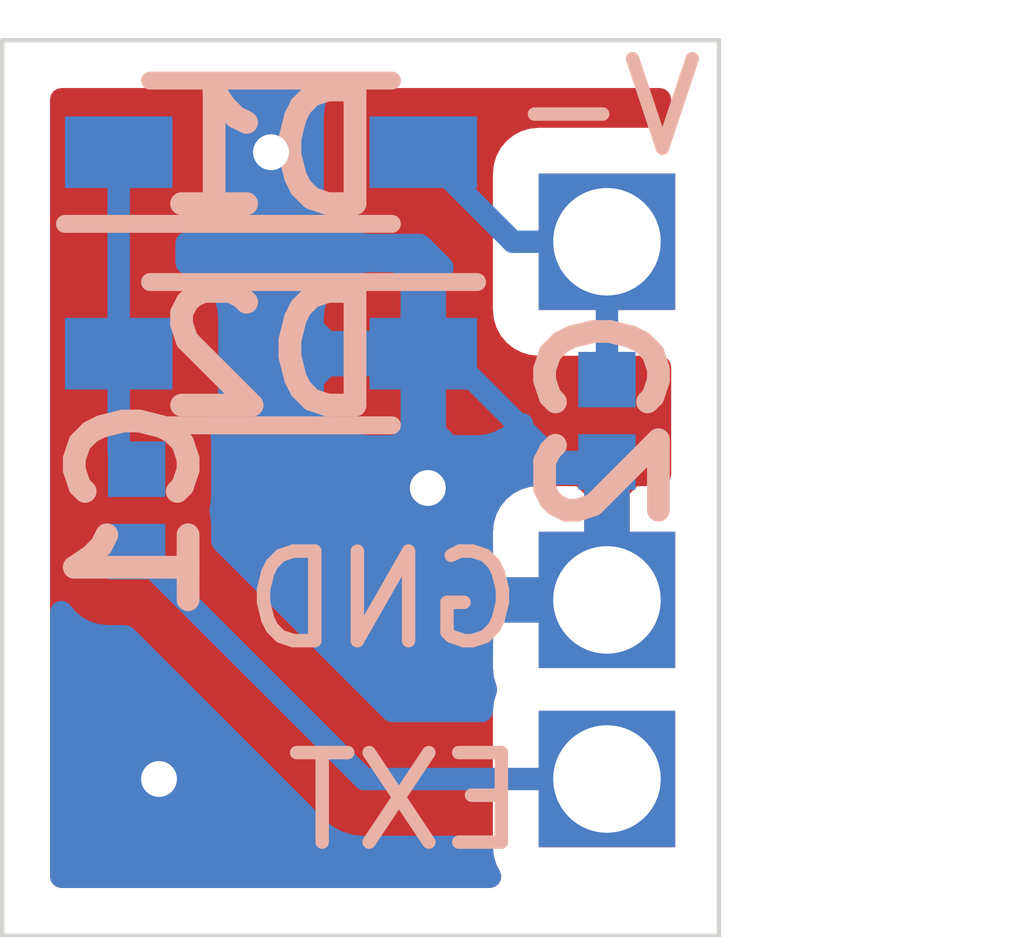
<source format=kicad_pcb>
(kicad_pcb (version 20171130) (host pcbnew 5.1.9+dfsg1-1)

  (general
    (thickness 1.6)
    (drawings 4)
    (tracks 21)
    (zones 0)
    (modules 7)
    (nets 5)
  )

  (page A4)
  (layers
    (0 F.Cu signal)
    (31 B.Cu signal)
    (32 B.Adhes user)
    (33 F.Adhes user)
    (34 B.Paste user)
    (35 F.Paste user)
    (36 B.SilkS user)
    (37 F.SilkS user)
    (38 B.Mask user)
    (39 F.Mask user)
    (40 Dwgs.User user)
    (41 Cmts.User user)
    (42 Eco1.User user)
    (43 Eco2.User user)
    (44 Edge.Cuts user)
    (45 Margin user)
    (46 B.CrtYd user)
    (47 F.CrtYd user)
    (48 B.Fab user)
    (49 F.Fab user)
  )

  (setup
    (last_trace_width 0.25)
    (trace_clearance 0.2)
    (zone_clearance 0.508)
    (zone_45_only no)
    (trace_min 0.2)
    (via_size 0.8)
    (via_drill 0.4)
    (via_min_size 0.4)
    (via_min_drill 0.3)
    (uvia_size 0.3)
    (uvia_drill 0.1)
    (uvias_allowed no)
    (uvia_min_size 0.2)
    (uvia_min_drill 0.1)
    (edge_width 0.05)
    (segment_width 0.2)
    (pcb_text_width 0.3)
    (pcb_text_size 1.5 1.5)
    (mod_edge_width 0.12)
    (mod_text_size 1 1)
    (mod_text_width 0.15)
    (pad_size 1.524 1.524)
    (pad_drill 0.762)
    (pad_to_mask_clearance 0)
    (aux_axis_origin 0 0)
    (visible_elements FFFFFF7F)
    (pcbplotparams
      (layerselection 0x010fc_ffffffff)
      (usegerberextensions false)
      (usegerberattributes true)
      (usegerberadvancedattributes true)
      (creategerberjobfile true)
      (excludeedgelayer true)
      (linewidth 0.100000)
      (plotframeref false)
      (viasonmask false)
      (mode 1)
      (useauxorigin false)
      (hpglpennumber 1)
      (hpglpenspeed 20)
      (hpglpendiameter 15.000000)
      (psnegative false)
      (psa4output false)
      (plotreference true)
      (plotvalue true)
      (plotinvisibletext false)
      (padsonsilk false)
      (subtractmaskfromsilk false)
      (outputformat 1)
      (mirror false)
      (drillshape 1)
      (scaleselection 1)
      (outputdirectory ""))
  )

  (net 0 "")
  (net 1 "Net-(C1-Pad1)")
  (net 2 GND)
  (net 3 "Net-(C2-Pad1)")
  (net 4 "Net-(C1-Pad2)")

  (net_class Default "This is the default net class."
    (clearance 0.2)
    (trace_width 0.25)
    (via_dia 0.8)
    (via_drill 0.4)
    (uvia_dia 0.3)
    (uvia_drill 0.1)
    (add_net GND)
    (add_net "Net-(C1-Pad1)")
    (add_net "Net-(C1-Pad2)")
    (add_net "Net-(C2-Pad1)")
  )

  (module my_lib:Du_Pont_pin (layer B.Cu) (tedit 60FC2584) (tstamp 60FC1384)
    (at 136.75 108.25)
    (path /60FCDEBE)
    (fp_text reference EXT (at -2.25 0.25) (layer B.SilkS)
      (effects (font (size 1 1) (thickness 0.15)) (justify mirror))
    )
    (fp_text value Du_Pont_pin (at 0 -1.5) (layer B.Fab)
      (effects (font (size 1 1) (thickness 0.15)) (justify mirror))
    )
    (pad 1 thru_hole rect (at 0 0) (size 1.524 1.524) (drill 1.2) (layers *.Cu *.Mask)
      (net 4 "Net-(C1-Pad2)"))
  )

  (module my_lib:Du_Pont_pin (layer B.Cu) (tedit 60FC2584) (tstamp 60FC137F)
    (at 136.75 106.25)
    (path /60FCE2F9)
    (fp_text reference GND (at -2.5 0) (layer B.SilkS)
      (effects (font (size 1 1) (thickness 0.15)) (justify mirror))
    )
    (fp_text value Du_Pont_pin (at 0 -1.5) (layer B.Fab)
      (effects (font (size 1 1) (thickness 0.15)) (justify mirror))
    )
    (pad 1 thru_hole rect (at 0 0) (size 1.524 1.524) (drill 1.2) (layers *.Cu *.Mask)
      (net 2 GND))
  )

  (module my_lib:Du_Pont_pin (layer B.Cu) (tedit 60FC2584) (tstamp 60FC137A)
    (at 136.75 102.25)
    (path /60FCE540)
    (fp_text reference V- (at 0 -1.5) (layer B.SilkS)
      (effects (font (size 1 1) (thickness 0.15)) (justify mirror))
    )
    (fp_text value Du_Pont_pin (at 0 -1.5) (layer B.Fab)
      (effects (font (size 1 1) (thickness 0.15)) (justify mirror))
    )
    (pad 1 thru_hole rect (at 0 0) (size 1.524 1.524) (drill 1.2) (layers *.Cu *.Mask)
      (net 3 "Net-(C2-Pad1)"))
  )

  (module my_lib:CAPC1005X60N (layer B.Cu) (tedit 0) (tstamp 60FC1342)
    (at 131.5 105.25 270)
    (descr CL05A105KA5NQNC)
    (tags Capacitor)
    (path /60FD0814)
    (attr smd)
    (fp_text reference C1 (at 0 0 90) (layer B.SilkS)
      (effects (font (size 1.27 1.27) (thickness 0.254)) (justify mirror))
    )
    (fp_text value CL05A105KA5NQNC (at 0 0 90) (layer B.SilkS) hide
      (effects (font (size 1.27 1.27) (thickness 0.254)) (justify mirror))
    )
    (fp_line (start -0.92 0.47) (end 0.92 0.47) (layer B.CrtYd) (width 0.05))
    (fp_line (start 0.92 0.47) (end 0.92 -0.47) (layer B.CrtYd) (width 0.05))
    (fp_line (start 0.92 -0.47) (end -0.92 -0.47) (layer B.CrtYd) (width 0.05))
    (fp_line (start -0.92 -0.47) (end -0.92 0.47) (layer B.CrtYd) (width 0.05))
    (fp_line (start -0.5 0.25) (end 0.5 0.25) (layer B.Fab) (width 0.1))
    (fp_line (start 0.5 0.25) (end 0.5 -0.25) (layer B.Fab) (width 0.1))
    (fp_line (start 0.5 -0.25) (end -0.5 -0.25) (layer B.Fab) (width 0.1))
    (fp_line (start -0.5 -0.25) (end -0.5 0.25) (layer B.Fab) (width 0.1))
    (fp_text user %R (at 0 0 90) (layer B.Fab)
      (effects (font (size 1.27 1.27) (thickness 0.254)) (justify mirror))
    )
    (pad 1 smd rect (at -0.46 0 270) (size 0.62 0.64) (layers B.Cu B.Paste B.Mask)
      (net 1 "Net-(C1-Pad1)"))
    (pad 2 smd rect (at 0.46 0 270) (size 0.62 0.64) (layers B.Cu B.Paste B.Mask)
      (net 4 "Net-(C1-Pad2)"))
    (model CL05A105KA5NQNC.stp
      (at (xyz 0 0 0))
      (scale (xyz 1 1 1))
      (rotate (xyz 0 0 0))
    )
  )

  (module my_lib:CAPC1005X60N (layer B.Cu) (tedit 0) (tstamp 60FC1351)
    (at 136.75 104.25 270)
    (descr CL05A105KA5NQNC)
    (tags Capacitor)
    (path /60FDA185)
    (attr smd)
    (fp_text reference C2 (at 0 0 90) (layer B.SilkS)
      (effects (font (size 1.27 1.27) (thickness 0.254)) (justify mirror))
    )
    (fp_text value CL05A105KA5NQNC (at 0 0 90) (layer B.SilkS) hide
      (effects (font (size 1.27 1.27) (thickness 0.254)) (justify mirror))
    )
    (fp_line (start -0.5 -0.25) (end -0.5 0.25) (layer B.Fab) (width 0.1))
    (fp_line (start 0.5 -0.25) (end -0.5 -0.25) (layer B.Fab) (width 0.1))
    (fp_line (start 0.5 0.25) (end 0.5 -0.25) (layer B.Fab) (width 0.1))
    (fp_line (start -0.5 0.25) (end 0.5 0.25) (layer B.Fab) (width 0.1))
    (fp_line (start -0.92 -0.47) (end -0.92 0.47) (layer B.CrtYd) (width 0.05))
    (fp_line (start 0.92 -0.47) (end -0.92 -0.47) (layer B.CrtYd) (width 0.05))
    (fp_line (start 0.92 0.47) (end 0.92 -0.47) (layer B.CrtYd) (width 0.05))
    (fp_line (start -0.92 0.47) (end 0.92 0.47) (layer B.CrtYd) (width 0.05))
    (fp_text user %R (at 0 0 90) (layer B.Fab)
      (effects (font (size 1.27 1.27) (thickness 0.254)) (justify mirror))
    )
    (pad 2 smd rect (at 0.46 0 270) (size 0.62 0.64) (layers B.Cu B.Paste B.Mask)
      (net 2 GND))
    (pad 1 smd rect (at -0.46 0 270) (size 0.62 0.64) (layers B.Cu B.Paste B.Mask)
      (net 3 "Net-(C2-Pad1)"))
    (model CL05A105KA5NQNC.stp
      (at (xyz 0 0 0))
      (scale (xyz 1 1 1))
      (rotate (xyz 0 0 0))
    )
  )

  (module my_lib:SOD3816X128N (layer B.Cu) (tedit 0) (tstamp 60FC1363)
    (at 133 101.25)
    (descr MBR0520L-1)
    (tags "Schottky Diode")
    (path /60FD8740)
    (attr smd)
    (fp_text reference D1 (at 0 0) (layer B.SilkS)
      (effects (font (size 1.27 1.27) (thickness 0.254)) (justify mirror))
    )
    (fp_text value MBR0520L (at 0 0) (layer B.SilkS) hide
      (effects (font (size 1.27 1.27) (thickness 0.254)) (justify mirror))
    )
    (fp_line (start -1.35 -0.8) (end 1.35 -0.8) (layer B.SilkS) (width 0.2))
    (fp_line (start -2.3 0.8) (end 1.35 0.8) (layer B.SilkS) (width 0.2))
    (fp_line (start -1.35 0.2) (end -0.75 0.8) (layer B.Fab) (width 0.1))
    (fp_line (start -1.35 -0.8) (end -1.35 0.8) (layer B.Fab) (width 0.1))
    (fp_line (start 1.35 -0.8) (end -1.35 -0.8) (layer B.Fab) (width 0.1))
    (fp_line (start 1.35 0.8) (end 1.35 -0.8) (layer B.Fab) (width 0.1))
    (fp_line (start -1.35 0.8) (end 1.35 0.8) (layer B.Fab) (width 0.1))
    (fp_line (start -2.55 -1.675) (end -2.55 1.675) (layer B.CrtYd) (width 0.05))
    (fp_line (start 2.55 -1.675) (end -2.55 -1.675) (layer B.CrtYd) (width 0.05))
    (fp_line (start 2.55 1.675) (end 2.55 -1.675) (layer B.CrtYd) (width 0.05))
    (fp_line (start -2.55 1.675) (end 2.55 1.675) (layer B.CrtYd) (width 0.05))
    (fp_text user %R (at 0 0) (layer B.Fab)
      (effects (font (size 1.27 1.27) (thickness 0.254)) (justify mirror))
    )
    (pad 2 smd rect (at 1.7 0 270) (size 0.8 1.2) (layers B.Cu B.Paste B.Mask)
      (net 3 "Net-(C2-Pad1)"))
    (pad 1 smd rect (at -1.7 0 270) (size 0.8 1.2) (layers B.Cu B.Paste B.Mask)
      (net 1 "Net-(C1-Pad1)"))
    (model MBR0520L.stp
      (at (xyz 0 0 0))
      (scale (xyz 1 1 1))
      (rotate (xyz 0 0 0))
    )
  )

  (module my_lib:SOD3816X128N (layer B.Cu) (tedit 0) (tstamp 60FC1375)
    (at 133 103.5 180)
    (descr MBR0520L-1)
    (tags "Schottky Diode")
    (path /60FD5EF1)
    (attr smd)
    (fp_text reference D2 (at 0 0) (layer B.SilkS)
      (effects (font (size 1.27 1.27) (thickness 0.254)) (justify mirror))
    )
    (fp_text value MBR0520L (at 0 0) (layer B.SilkS) hide
      (effects (font (size 1.27 1.27) (thickness 0.254)) (justify mirror))
    )
    (fp_line (start -2.55 1.675) (end 2.55 1.675) (layer B.CrtYd) (width 0.05))
    (fp_line (start 2.55 1.675) (end 2.55 -1.675) (layer B.CrtYd) (width 0.05))
    (fp_line (start 2.55 -1.675) (end -2.55 -1.675) (layer B.CrtYd) (width 0.05))
    (fp_line (start -2.55 -1.675) (end -2.55 1.675) (layer B.CrtYd) (width 0.05))
    (fp_line (start -1.35 0.8) (end 1.35 0.8) (layer B.Fab) (width 0.1))
    (fp_line (start 1.35 0.8) (end 1.35 -0.8) (layer B.Fab) (width 0.1))
    (fp_line (start 1.35 -0.8) (end -1.35 -0.8) (layer B.Fab) (width 0.1))
    (fp_line (start -1.35 -0.8) (end -1.35 0.8) (layer B.Fab) (width 0.1))
    (fp_line (start -1.35 0.2) (end -0.75 0.8) (layer B.Fab) (width 0.1))
    (fp_line (start -2.3 0.8) (end 1.35 0.8) (layer B.SilkS) (width 0.2))
    (fp_line (start -1.35 -0.8) (end 1.35 -0.8) (layer B.SilkS) (width 0.2))
    (fp_text user %R (at 0 0) (layer B.Fab)
      (effects (font (size 1.27 1.27) (thickness 0.254)) (justify mirror))
    )
    (pad 1 smd rect (at -1.7 0 90) (size 0.8 1.2) (layers B.Cu B.Paste B.Mask)
      (net 2 GND))
    (pad 2 smd rect (at 1.7 0 90) (size 0.8 1.2) (layers B.Cu B.Paste B.Mask)
      (net 1 "Net-(C1-Pad1)"))
    (model MBR0520L.stp
      (at (xyz 0 0 0))
      (scale (xyz 1 1 1))
      (rotate (xyz 0 0 0))
    )
  )

  (gr_line (start 130 110) (end 130 100) (layer Edge.Cuts) (width 0.05) (tstamp 60FC1419))
  (gr_line (start 138 110) (end 130 110) (layer Edge.Cuts) (width 0.05))
  (gr_line (start 138 100) (end 138 110) (layer Edge.Cuts) (width 0.05))
  (gr_line (start 130 100) (end 138 100) (layer Edge.Cuts) (width 0.05))

  (segment (start 131.3 101.25) (end 131.3 103.5) (width 0.25) (layer B.Cu) (net 1))
  (segment (start 131.3 104.59) (end 131.5 104.79) (width 0.25) (layer B.Cu) (net 1))
  (segment (start 131.3 103.5) (end 131.3 104.59) (width 0.25) (layer B.Cu) (net 1))
  (segment (start 136.75 106.25) (end 136.75 104.71) (width 0.25) (layer B.Cu) (net 2))
  (segment (start 136.18 104.71) (end 134.97 103.5) (width 0.25) (layer B.Cu) (net 2))
  (segment (start 134.97 103.5) (end 134.7 103.5) (width 0.25) (layer B.Cu) (net 2))
  (segment (start 136.75 104.71) (end 136.18 104.71) (width 0.25) (layer B.Cu) (net 2))
  (via (at 134.75 105) (size 0.8) (drill 0.4) (layers F.Cu B.Cu) (net 2))
  (segment (start 135.04 104.71) (end 134.75 105) (width 0.25) (layer B.Cu) (net 2))
  (segment (start 136.75 104.71) (end 135.04 104.71) (width 0.25) (layer B.Cu) (net 2))
  (via (at 133 101.25) (size 0.8) (drill 0.4) (layers F.Cu B.Cu) (net 2))
  (segment (start 133 103.25) (end 133 101.25) (width 0.25) (layer F.Cu) (net 2))
  (segment (start 134.75 105) (end 133 103.25) (width 0.25) (layer F.Cu) (net 2))
  (via (at 131.75 108.25) (size 0.8) (drill 0.4) (layers F.Cu B.Cu) (net 2))
  (segment (start 131.75 108) (end 131.75 108.25) (width 0.25) (layer F.Cu) (net 2))
  (segment (start 134.75 105) (end 131.75 108) (width 0.25) (layer F.Cu) (net 2))
  (segment (start 135.7 102.25) (end 134.7 101.25) (width 0.25) (layer B.Cu) (net 3))
  (segment (start 136.75 102.25) (end 135.7 102.25) (width 0.25) (layer B.Cu) (net 3))
  (segment (start 136.75 102.25) (end 136.75 103.79) (width 0.25) (layer B.Cu) (net 3))
  (segment (start 134.04 108.25) (end 131.5 105.71) (width 0.25) (layer B.Cu) (net 4))
  (segment (start 136.75 108.25) (end 134.04 108.25) (width 0.25) (layer B.Cu) (net 4))

  (zone (net 2) (net_name GND) (layer B.Cu) (tstamp 0) (hatch edge 0.508)
    (connect_pads (clearance 0.508))
    (min_thickness 0.254)
    (fill yes (arc_segments 32) (thermal_gap 0.508) (thermal_bridge_width 0.508))
    (polygon
      (pts
        (xy 138 110) (xy 130 110) (xy 130 100) (xy 138 100)
      )
    )
    (filled_polygon
      (pts
        (xy 130.728815 106.471185) (xy 130.825506 106.550537) (xy 130.93582 106.609502) (xy 131.055518 106.645812) (xy 131.18 106.658072)
        (xy 131.373271 106.658072) (xy 133.476205 108.761008) (xy 133.499999 108.790001) (xy 133.528992 108.813795) (xy 133.528996 108.813799)
        (xy 133.599685 108.871811) (xy 133.615724 108.884974) (xy 133.747753 108.955546) (xy 133.891014 108.999003) (xy 134.002667 109.01)
        (xy 134.002676 109.01) (xy 134.039999 109.013676) (xy 134.077322 109.01) (xy 135.349928 109.01) (xy 135.349928 109.012)
        (xy 135.362188 109.136482) (xy 135.398498 109.25618) (xy 135.443301 109.34) (xy 130.66 109.34) (xy 130.66 106.387333)
      )
    )
    (filled_polygon
      (pts
        (xy 133.474188 100.725518) (xy 133.461928 100.85) (xy 133.461928 101.65) (xy 133.474188 101.774482) (xy 133.510498 101.89418)
        (xy 133.569463 102.004494) (xy 133.648815 102.101185) (xy 133.745506 102.180537) (xy 133.85582 102.239502) (xy 133.975518 102.275812)
        (xy 134.1 102.288072) (xy 134.66327 102.288072) (xy 134.912974 102.537776) (xy 134.827 102.62375) (xy 134.827 103.373)
        (xy 134.847 103.373) (xy 134.847 103.627) (xy 134.827 103.627) (xy 134.827 104.37625) (xy 134.98575 104.535)
        (xy 135.3 104.538072) (xy 135.424482 104.525812) (xy 135.54418 104.489502) (xy 135.654494 104.430537) (xy 135.751185 104.351185)
        (xy 135.802948 104.288112) (xy 135.791928 104.4) (xy 135.795 104.42425) (xy 135.95375 104.583) (xy 136.017582 104.583)
        (xy 136.075506 104.630537) (xy 136.18582 104.689502) (xy 136.305518 104.725812) (xy 136.43 104.738072) (xy 136.897 104.738072)
        (xy 136.897 104.837) (xy 136.877 104.837) (xy 136.877 106.123) (xy 136.897 106.123) (xy 136.897 106.377)
        (xy 136.877 106.377) (xy 136.877 106.397) (xy 136.623 106.397) (xy 136.623 106.377) (xy 135.51175 106.377)
        (xy 135.353 106.53575) (xy 135.349928 107.012) (xy 135.362188 107.136482) (xy 135.396623 107.25) (xy 135.362188 107.363518)
        (xy 135.349928 107.488) (xy 135.349928 107.49) (xy 134.354803 107.49) (xy 132.458072 105.593271) (xy 132.458072 105.488)
        (xy 135.349928 105.488) (xy 135.353 105.96425) (xy 135.51175 106.123) (xy 136.623 106.123) (xy 136.623 104.837)
        (xy 135.95375 104.837) (xy 135.935668 104.855082) (xy 135.863518 104.862188) (xy 135.74382 104.898498) (xy 135.633506 104.957463)
        (xy 135.536815 105.036815) (xy 135.457463 105.133506) (xy 135.398498 105.24382) (xy 135.362188 105.363518) (xy 135.349928 105.488)
        (xy 132.458072 105.488) (xy 132.458072 105.4) (xy 132.445812 105.275518) (xy 132.438071 105.25) (xy 132.445812 105.224482)
        (xy 132.458072 105.1) (xy 132.458072 104.48) (xy 132.445812 104.355518) (xy 132.419315 104.268168) (xy 132.430537 104.254494)
        (xy 132.489502 104.14418) (xy 132.525812 104.024482) (xy 132.538072 103.9) (xy 133.461928 103.9) (xy 133.474188 104.024482)
        (xy 133.510498 104.14418) (xy 133.569463 104.254494) (xy 133.648815 104.351185) (xy 133.745506 104.430537) (xy 133.85582 104.489502)
        (xy 133.975518 104.525812) (xy 134.1 104.538072) (xy 134.41425 104.535) (xy 134.573 104.37625) (xy 134.573 103.627)
        (xy 133.62375 103.627) (xy 133.465 103.78575) (xy 133.461928 103.9) (xy 132.538072 103.9) (xy 132.538072 103.1)
        (xy 133.461928 103.1) (xy 133.465 103.21425) (xy 133.62375 103.373) (xy 134.573 103.373) (xy 134.573 102.62375)
        (xy 134.41425 102.465) (xy 134.1 102.461928) (xy 133.975518 102.474188) (xy 133.85582 102.510498) (xy 133.745506 102.569463)
        (xy 133.648815 102.648815) (xy 133.569463 102.745506) (xy 133.510498 102.85582) (xy 133.474188 102.975518) (xy 133.461928 103.1)
        (xy 132.538072 103.1) (xy 132.525812 102.975518) (xy 132.489502 102.85582) (xy 132.430537 102.745506) (xy 132.351185 102.648815)
        (xy 132.254494 102.569463) (xy 132.14418 102.510498) (xy 132.06 102.484962) (xy 132.06 102.265038) (xy 132.14418 102.239502)
        (xy 132.254494 102.180537) (xy 132.351185 102.101185) (xy 132.430537 102.004494) (xy 132.489502 101.89418) (xy 132.525812 101.774482)
        (xy 132.538072 101.65) (xy 132.538072 100.85) (xy 132.525812 100.725518) (xy 132.505937 100.66) (xy 133.494063 100.66)
      )
    )
  )
  (zone (net 2) (net_name GND) (layer F.Cu) (tstamp 0) (hatch edge 0.508)
    (connect_pads (clearance 0.508))
    (min_thickness 0.254)
    (fill yes (arc_segments 32) (thermal_gap 0.508) (thermal_bridge_width 0.508))
    (polygon
      (pts
        (xy 138 110) (xy 130 110) (xy 130 100) (xy 138 100)
      )
    )
    (filled_polygon
      (pts
        (xy 137.34 100.849928) (xy 135.988 100.849928) (xy 135.863518 100.862188) (xy 135.74382 100.898498) (xy 135.633506 100.957463)
        (xy 135.536815 101.036815) (xy 135.457463 101.133506) (xy 135.398498 101.24382) (xy 135.362188 101.363518) (xy 135.349928 101.488)
        (xy 135.349928 103.012) (xy 135.362188 103.136482) (xy 135.398498 103.25618) (xy 135.457463 103.366494) (xy 135.536815 103.463185)
        (xy 135.633506 103.542537) (xy 135.74382 103.601502) (xy 135.863518 103.637812) (xy 135.988 103.650072) (xy 137.34 103.650072)
        (xy 137.34 104.851037) (xy 137.03575 104.853) (xy 136.877 105.01175) (xy 136.877 106.123) (xy 136.897 106.123)
        (xy 136.897 106.377) (xy 136.877 106.377) (xy 136.877 106.397) (xy 136.623 106.397) (xy 136.623 106.377)
        (xy 135.51175 106.377) (xy 135.353 106.53575) (xy 135.349928 107.012) (xy 135.362188 107.136482) (xy 135.396623 107.25)
        (xy 135.362188 107.363518) (xy 135.349928 107.488) (xy 135.349928 109.012) (xy 135.362188 109.136482) (xy 135.398498 109.25618)
        (xy 135.443301 109.34) (xy 130.66 109.34) (xy 130.66 105.488) (xy 135.349928 105.488) (xy 135.353 105.96425)
        (xy 135.51175 106.123) (xy 136.623 106.123) (xy 136.623 105.01175) (xy 136.46425 104.853) (xy 135.988 104.849928)
        (xy 135.863518 104.862188) (xy 135.74382 104.898498) (xy 135.633506 104.957463) (xy 135.536815 105.036815) (xy 135.457463 105.133506)
        (xy 135.398498 105.24382) (xy 135.362188 105.363518) (xy 135.349928 105.488) (xy 130.66 105.488) (xy 130.66 100.66)
        (xy 137.34 100.66)
      )
    )
  )
)

</source>
